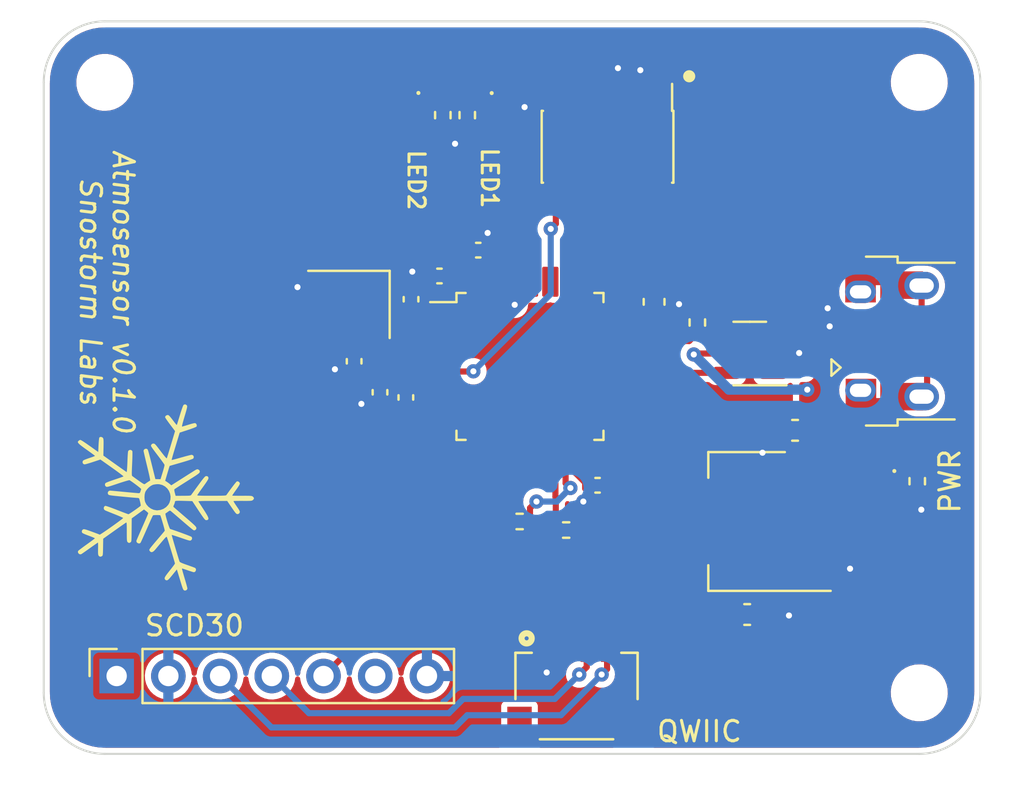
<source format=kicad_pcb>
(kicad_pcb (version 20211014) (generator pcbnew)
  (layers (0 "F.Cu" signal) (31 "B.Cu" power) (34 "B.Paste" user) (35 "F.Paste" user) (36 "B.SilkS" user "B.Silkscreen") (37 "F.SilkS" user "F.Silkscreen") (38 "B.Mask" user) (39 "F.Mask" user) (44 "Edge.Cuts" user))
  (net 0 "")
  (net 1 "VBUS")
  (net 2 "GND")
  (net 3 "+3V3")
  (net 4 "/NRST")
  (net 5 "Net-(C9-Pad1)")
  (net 6 "Net-(C10-Pad1)")
  (net 7 "Net-(D1-Pad1)")
  (net 8 "Net-(D1-Pad2)")
  (net 9 "Net-(D2-Pad1)")
  (net 10 "Net-(D2-Pad2)")
  (net 11 "/USB_CONN_D-")
  (net 12 "/USB_CONN_D+")
  (net 13 "unconnected-(J1-Pad6)")
  (net 14 "/SWDIO")
  (net 15 "/SWCLK")
  (net 16 "/SWTRACE")
  (net 19 "/I2C2_SDA")
  (net 20 "/I2C2_SCL")
  (net 21 "/SCD30_RDY")
  (net 23 "/USB_D+")
  (net 24 "/USB_D-")
  (net 50 "Net-(D3-Pad1)")
  (footprint "Connector_PinSocket_2.54mm:PinSocket_1x07_P2.54mm_Vertical" (layer "F.Cu") (at 35.58 76.175 90)
    (fp_text reference "J4" hide)
    (fp_text value "SCD30 Header")
    (pad "1" thru_hole rect (at 0 0 90) (size 1.7 1.7) (drill 1) (layers *.Cu *.Mask) (net 3 "+3V3"))
    (pad "2" thru_hole oval (at 0 2.54 90) (size 1.7 1.7) (drill 1) (layers *.Cu *.Mask) (net 2 "GND"))
    (pad "3" thru_hole oval (at 0 5.08 90) (size 1.7 1.7) (drill 1) (layers *.Cu *.Mask) (net 20 "/I2C2_SCL"))
    (pad "4" thru_hole oval (at 0 7.62 90) (size 1.7 1.7) (drill 1) (layers *.Cu *.Mask) (net 19 "/I2C2_SDA"))
    (pad "5" thru_hole oval (at 0 10.16 90) (size 1.7 1.7) (drill 1) (layers *.Cu *.Mask) (net 21 "/SCD30_RDY"))
    (pad "6" thru_hole oval (at 0 12.7 90) (size 1.7 1.7) (drill 1) (layers *.Cu *.Mask))
    (pad "7" thru_hole oval (at 0 15.24 90) (size 1.7 1.7) (drill 1) (layers *.Cu *.Mask) (net 2 "GND"))
  )
  (footprint "Capacitor_SMD:C_0402_1005Metric" (layer "F.Cu") (at 53.34 55.245)
    (fp_text reference "C7" hide)
    (fp_text value "100n")
    (pad "1" smd roundrect (at -0.48 0) (size 0.56 0.62) (layers "F.Cu" "F.Paste" "F.Mask") (net 3 "+3V3"))
    (pad "2" smd roundrect (at 0.48 0) (size 0.56 0.62) (layers "F.Cu" "F.Paste" "F.Mask") (net 2 "GND"))
  )
  (footprint "Capacitor_SMD:C_0402_1005Metric" (layer "F.Cu") (at 49.784 62.484 90)
    (fp_text reference "C8" hide)
    (fp_text value "100n")
    (pad "1" smd roundrect (at -0.48 0 90) (size 0.56 0.62) (layers "F.Cu" "F.Paste" "F.Mask") (net 3 "+3V3"))
    (pad "2" smd roundrect (at 0.48 0 90) (size 0.56 0.62) (layers "F.Cu" "F.Paste" "F.Mask") (net 2 "GND"))
  )
  (footprint "Connector_USB:USB_Micro-B_Amphenol_10103594-0001LF_Horizontal" (layer "F.Cu") (at 74 59.69 90)
    (fp_text reference "J1" hide)
    (fp_text value "USB_B_Micro")
    (pad "1" smd rect (at -1.325 -1.765 180) (size 1.65 0.4) (layers "F.Cu" "F.Paste" "F.Mask") (net 1 "VBUS"))
    (pad "2" smd rect (at -0.675 -1.765 180) (size 1.65 0.4) (layers "F.Cu" "F.Paste" "F.Mask") (net 11 "/USB_CONN_D-"))
    (pad "3" smd rect (at -0.025 -1.765 180) (size 1.65 0.4) (layers "F.Cu" "F.Paste" "F.Mask") (net 12 "/USB_CONN_D+"))
    (pad "4" smd rect (at 0.625 -1.765 180) (size 1.65 0.4) (layers "F.Cu" "F.Paste" "F.Mask") (net 2 "GND"))
    (pad "5" smd rect (at 1.275 -1.765 180) (size 1.65 0.4) (layers "F.Cu" "F.Paste" "F.Mask") (net 2 "GND"))
    (pad "6" smd rect (at -2.975 -0.565 90) (size 1.825 0.7) (layers "F.Cu" "F.Paste" "F.Mask") (net 13 "unconnected-(J1-Pad6)"))
    (pad "6" smd rect (at -2.875 -1.865 90) (size 2 1.5) (layers "F.Cu" "F.Paste" "F.Mask") (net 13 "unconnected-(J1-Pad6)"))
    (pad "6" smd rect (at 2.725 0.185 90) (size 1.35 2) (layers "F.Cu" "F.Paste" "F.Mask") (net 13 "unconnected-(J1-Pad6)"))
    (pad "6" smd rect (at 2.975 -0.565 90) (size 1.825 0.7) (layers "F.Cu" "F.Paste" "F.Mask") (net 13 "unconnected-(J1-Pad6)"))
    (pad "6" thru_hole oval (at 2.705 1.115 180) (size 1.7 1.35) (drill oval 1.2 0.7) (layers *.Cu *.Mask) (net 13 "unconnected-(J1-Pad6)"))
    (pad "6" thru_hole oval (at -2.755 1.115 180) (size 1.7 1.35) (drill oval 1.2 0.7) (layers *.Cu *.Mask) (net 13 "unconnected-(J1-Pad6)"))
    (pad "6" smd rect (at 2.875 -1.885 90) (size 2 1.5) (layers "F.Cu" "F.Paste" "F.Mask") (net 13 "unconnected-(J1-Pad6)"))
    (pad "6" smd rect (at -2.755 0.185 90) (size 1.35 2) (layers "F.Cu" "F.Paste" "F.Mask") (net 13 "unconnected-(J1-Pad6)"))
    (pad "6" smd rect (at 0.935 1.385 180) (size 2.5 1.43) (layers "F.Cu" "F.Paste" "F.Mask") (net 13 "unconnected-(J1-Pad6)"))
    (pad "6" smd rect (at -0.985 1.385 180) (size 2.5 1.43) (layers "F.Cu" "F.Paste" "F.Mask") (net 13 "unconnected-(J1-Pad6)"))
    (pad "6" thru_hole oval (at -2.445 -1.885 180) (size 1.5 1.1) (drill oval 1.05 0.65) (layers *.Cu *.Mask) (net 13 "unconnected-(J1-Pad6)"))
    (pad "6" thru_hole oval (at 2.395 -1.885 180) (size 1.5 1.1) (drill oval 1.05 0.65) (layers *.Cu *.Mask) (net 13 "unconnected-(J1-Pad6)"))
  )
  (footprint "MountingHole:MountingHole_2.2mm_M2" (layer "F.Cu") (at 75 47)
    (fp_text reference "H1")
    (fp_text value "MountingHole")
    (pad "" np_thru_hole circle (at 0 0) (size 2.2 2.2) (drill 2.2) (layers *.Cu *.Mask))
  )
  (footprint "Package_TO_SOT_SMD:SOT-223-3_TabPin2" (layer "F.Cu") (at 66.548 68.58 180)
    (fp_text reference "U1" hide)
    (fp_text value "AMS1117-3.3")
    (pad "1" smd rect (at -3.15 -2.3 180) (size 2 1.5) (layers "F.Cu" "F.Paste" "F.Mask") (net 2 "GND"))
    (pad "2" smd rect (at 3.15 0 180) (size 2 3.8) (layers "F.Cu" "F.Paste" "F.Mask") (net 3 "+3V3"))
    (pad "2" smd rect (at -3.15 0 180) (size 2 1.5) (layers "F.Cu" "F.Paste" "F.Mask") (net 3 "+3V3"))
    (pad "3" smd rect (at -3.15 2.3 180) (size 2 1.5) (layers "F.Cu" "F.Paste" "F.Mask") (net 1 "VBUS"))
  )
  (footprint "Resistor_SMD:R_0402_1005Metric" (layer "F.Cu") (at 57.658 69 180)
    (fp_text reference "R4" hide)
    (fp_text value "1k")
    (pad "1" smd roundrect (at -0.51 0 180) (size 0.54 0.64) (layers "F.Cu" "F.Paste" "F.Mask") (net 3 "+3V3"))
    (pad "2" smd roundrect (at 0.51 0 180) (size 0.54 0.64) (layers "F.Cu" "F.Paste" "F.Mask") (net 20 "/I2C2_SCL"))
  )
  (footprint "Capacitor_SMD:C_0603_1608Metric" (layer "F.Cu") (at 61.976 57.785 -90)
    (fp_text reference "C4" hide)
    (fp_text value "10u" hide)
    (pad "1" smd roundrect (at -0.775 0 270) (size 0.9 0.95) (layers "F.Cu" "F.Paste" "F.Mask") (net 3 "+3V3"))
    (pad "2" smd roundrect (at 0.775 0 270) (size 0.9 0.95) (layers "F.Cu" "F.Paste" "F.Mask") (net 2 "GND"))
  )
  (footprint "MountingHole:MountingHole_2.2mm_M2" (layer "F.Cu") (at 75 77)
    (fp_text reference "H2")
    (fp_text value "MountingHole")
    (pad "" np_thru_hole circle (at 0 0) (size 2.2 2.2) (drill 2.2) (layers *.Cu *.Mask))
  )
  (footprint "atmos-footprints:JST_SM04B-SRSS-TB(LF)(SN)" (layer "F.Cu") (at 58.166 74.708)
    (fp_text reference "J3" hide)
    (fp_text value "QWIIC Connector")
    (pad "1" smd rect (at -1.5 0) (size 0.6 1.55) (layers "F.Cu" "F.Paste" "F.Mask") (net 2 "GND"))
    (pad "2" smd rect (at -0.5 0) (size 0.6 1.55) (layers "F.Cu" "F.Paste" "F.Mask") (net 3 "+3V3"))
    (pad "3" smd rect (at 0.5 0) (size 0.6 1.55) (layers "F.Cu" "F.Paste" "F.Mask") (net 19 "/I2C2_SDA"))
    (pad "4" smd rect (at 1.5 0) (size 0.6 1.55) (layers "F.Cu" "F.Paste" "F.Mask") (net 20 "/I2C2_SCL"))
    (pad "S1" smd rect (at -2.8 3.875 180) (size 1.2 1.8) (layers "F.Cu" "F.Paste" "F.Mask"))
    (pad "S2" smd rect (at 2.8 3.875 180) (size 1.2 1.8) (layers "F.Cu" "F.Paste" "F.Mask"))
  )
  (footprint "Resistor_SMD:R_0402_1005Metric" (layer "F.Cu") (at 74.9 66.6 90)
    (fp_text reference "R6" hide)
    (fp_text value "2.2k")
    (pad "1" smd roundrect (at -0.51 0 90) (size 0.54 0.64) (layers "F.Cu" "F.Paste" "F.Mask") (net 2 "GND"))
    (pad "2" smd roundrect (at 0.51 0 90) (size 0.54 0.64) (layers "F.Cu" "F.Paste" "F.Mask") (net 50 "Net-(D3-Pad1)"))
  )
  (footprint "Capacitor_SMD:C_0402_1005Metric" (layer "F.Cu") (at 50.038 57.658 90)
    (fp_text reference "C9" hide)
    (fp_text value "10p")
    (pad "1" smd roundrect (at -0.48 0 90) (size 0.56 0.62) (layers "F.Cu" "F.Paste" "F.Mask") (net 5 "Net-(C9-Pad1)"))
    (pad "2" smd roundrect (at 0.48 0 90) (size 0.56 0.62) (layers "F.Cu" "F.Paste" "F.Mask") (net 2 "GND"))
  )
  (footprint "Package_TO_SOT_SMD:SOT-23-6" (layer "F.Cu") (at 66.675 60.325 180)
    (fp_text reference "U2" hide)
    (fp_text value "USBLC6-2SC6")
    (pad "1" smd roundrect (at -1.1375 -0.95 180) (size 1.325 0.6) (layers "F.Cu" "F.Paste" "F.Mask") (net 11 "/USB_CONN_D-"))
    (pad "2" smd roundrect (at -1.1375 0 180) (size 1.325 0.6) (layers "F.Cu" "F.Paste" "F.Mask") (net 2 "GND"))
    (pad "3" smd roundrect (at -1.1375 0.95 180) (size 1.325 0.6) (layers "F.Cu" "F.Paste" "F.Mask") (net 12 "/USB_CONN_D+"))
    (pad "4" smd roundrect (at 1.1375 0.95 180) (size 1.325 0.6) (layers "F.Cu" "F.Paste" "F.Mask") (net 23 "/USB_D+"))
    (pad "5" smd roundrect (at 1.1375 0 180) (size 1.325 0.6) (layers "F.Cu" "F.Paste" "F.Mask") (net 1 "VBUS"))
    (pad "6" smd roundrect (at 1.1375 -0.95 180) (size 1.325 0.6) (layers "F.Cu" "F.Paste" "F.Mask") (net 24 "/USB_D-"))
  )
  (footprint "Capacitor_SMD:C_0402_1005Metric" (layer "F.Cu") (at 51.435 56.515 180)
    (fp_text reference "C6" hide)
    (fp_text value "100n")
    (pad "1" smd roundrect (at -0.48 0 180) (size 0.56 0.62) (layers "F.Cu" "F.Paste" "F.Mask") (net 3 "+3V3"))
    (pad "2" smd roundrect (at 0.48 0 180) (size 0.56 0.62) (layers "F.Cu" "F.Paste" "F.Mask") (net 2 "GND"))
  )
  (footprint "Capacitor_SMD:C_0402_1005Metric" (layer "F.Cu") (at 48.514 62.23 90)
    (fp_text reference "C3" hide)
    (fp_text value "100n")
    (pad "1" smd roundrect (at -0.48 0 90) (size 0.56 0.62) (layers "F.Cu" "F.Paste" "F.Mask") (net 2 "GND"))
    (pad "2" smd roundrect (at 0.48 0 90) (size 0.56 0.62) (layers "F.Cu" "F.Paste" "F.Mask") (net 4 "/NRST"))
  )
  (footprint "Resistor_SMD:R_0402_1005Metric" (layer "F.Cu") (at 51.6 48.61 -90)
    (fp_text reference "R3" hide)
    (fp_text value "1k")
    (pad "1" smd roundrect (at -0.51 0 270) (size 0.54 0.64) (layers "F.Cu" "F.Paste" "F.Mask") (net 9 "Net-(D2-Pad1)"))
    (pad "2" smd roundrect (at 0.51 0 270) (size 0.54 0.64) (layers "F.Cu" "F.Paste" "F.Mask") (net 2 "GND"))
  )
  (footprint "MountingHole:MountingHole_2.2mm_M2" (layer "F.Cu") (at 35 47)
    (fp_text reference "H3")
    (fp_text value "MountingHole")
    (pad "" np_thru_hole circle (at 0 0) (size 2.2 2.2) (drill 2.2) (layers *.Cu *.Mask))
  )
  (footprint "Capacitor_SMD:C_0402_1005Metric" (layer "F.Cu") (at 47.244 60.706 -90)
    (fp_text reference "C10" hide)
    (fp_text value "10p")
    (pad "1" smd roundrect (at -0.48 0 270) (size 0.56 0.62) (layers "F.Cu" "F.Paste" "F.Mask") (net 6 "Net-(C10-Pad1)"))
    (pad "2" smd roundrect (at 0.48 0 270) (size 0.56 0.62) (layers "F.Cu" "F.Paste" "F.Mask") (net 2 "GND"))
  )
  (footprint "LOGO" (layer "F.Cu") (at 38 67.4 -90)
    (fp_text reference "G***" hide)
    (fp_text value "LOGO" hide)
  )
  (footprint "Capacitor_SMD:C_0402_1005Metric" (layer "F.Cu") (at 59.2 66.8 180)
    (fp_text reference "C5" hide)
    (fp_text value "100n")
    (pad "1" smd roundrect (at -0.48 0 180) (size 0.56 0.62) (layers "F.Cu" "F.Paste" "F.Mask") (net 3 "+3V3"))
    (pad "2" smd roundrect (at 0.48 0 180) (size 0.56 0.62) (layers "F.Cu" "F.Paste" "F.Mask") (net 2 "GND"))
  )
  (footprint "LED_SMD:LED_0402_1005Metric" (layer "F.Cu") (at 54 48.616 -90)
    (fp_text reference "D1" hide)
    (fp_text value "USER_LED_1")
    (pad "1" smd roundrect (at -0.485 0 270) (size 0.59 0.64) (layers "F.Cu" "F.Paste" "F.Mask") (net 7 "Net-(D1-Pad1)"))
    (pad "2" smd roundrect (at 0.485 0 270) (size 0.59 0.64) (layers "F.Cu" "F.Paste" "F.Mask") (net 8 "Net-(D1-Pad2)"))
  )
  (footprint "Resistor_SMD:R_0402_1005Metric" (layer "F.Cu") (at 55.372 68.58)
    (fp_text reference "R5" hide)
    (fp_text value "1k")
    (pad "1" smd roundrect (at -0.51 0) (size 0.54 0.64) (layers "F.Cu" "F.Paste" "F.Mask") (net 3 "+3V3"))
    (pad "2" smd roundrect (at 0.51 0) (size 0.54 0.64) (layers "F.Cu" "F.Paste" "F.Mask") (net 19 "/I2C2_SDA"))
  )
  (footprint "Package_QFP:LQFP-48_7x7mm_P0.5mm" (layer "F.Cu") (at 55.88 60.96)
    (fp_text reference "U3" hide)
    (fp_text value "STM32F103C8Tx")
    (pad "1" smd roundrect (at -4.1625 -2.75) (size 1.475 0.3) (layers "F.Cu" "F.Paste" "F.Mask") (net 3 "+3V3"))
    (pad "2" smd roundrect (at -4.1625 -2.25) (size 1.475 0.3) (layers "F.Cu" "F.Paste" "F.Mask"))
    (pad "3" smd roundrect (at -4.1625 -1.75) (size 1.475 0.3) (layers "F.Cu" "F.Paste" "F.Mask"))
    (pad "4" smd roundrect (at -4.1625 -1.25) (size 1.475 0.3) (layers "F.Cu" "F.Paste" "F.Mask"))
    (pad "5" smd roundrect (at -4.1625 -0.75) (size 1.475 0.3) (layers "F.Cu" "F.Paste" "F.Mask") (net 5 "Net-(C9-Pad1)"))
    (pad "6" smd roundrect (at -4.1625 -0.25) (size 1.475 0.3) (layers "F.Cu" "F.Paste" "F.Mask") (net 6 "Net-(C10-Pad1)"))
    (pad "7" smd roundrect (at -4.1625 0.25) (size 1.475 0.3) (layers "F.Cu" "F.Paste" "F.Mask") (net 4 "/NRST"))
    (pad "8" smd roundrect (at -4.1625 0.75) (size 1.475 0.3) (layers "F.Cu" "F.Paste" "F.Mask") (net 2 "GND"))
    (pad "9" smd roundrect (at -4.1625 1.25) (size 1.475 0.3) (layers "F.Cu" "F.Paste" "F.Mask") (net 3 "+3V3"))
    (pad "10" smd roundrect (at -4.1625 1.75) (size 1.475 0.3) (layers "F.Cu" "F.Paste" "F.Mask"))
    (pad "11" smd roundrect (at -4.1625 2.25) (size 1.475 0.3) (layers "F.Cu" "F.Paste" "F.Mask"))
    (pad "12" smd roundrect (at -4.1625 2.75) (size 1.475 0.3) (layers "F.Cu" "F.Paste" "F.Mask"))
    (pad "13" smd roundrect (at -2.75 4.1625) (size 0.3 1.475) (layers "F.Cu" "F.Paste" "F.Mask"))
    (pad "14" smd roundrect (at -2.25 4.1625) (size 0.3 1.475) (layers "F.Cu" "F.Paste" "F.Mask"))
    (pad "15" smd roundrect (at -1.75 4.1625) (size 0.3 1.475) (layers "F.Cu" "F.Paste" "F.Mask"))
    (pad "16" smd roundrect (at -1.25 4.1625) (size 0.3 1.475) (layers "F.Cu" "F.Paste" "F.Mask"))
    (pad "17" smd roundrect (at -0.75 4.1625) (size 0.3 1.475) (layers "F.Cu" "F.Paste" "F.Mask"))
    (pad "18" smd roundrect (at -0.25 4.1625) (size 0.3 1.475) (layers "F.Cu" "F.Paste" "F.Mask") (net 21 "/SCD30_RDY"))
    (pad "19" smd roundrect (at 0.25 4.1625) (size 0.3 1.475) (layers "F.Cu" "F.Paste" "F.Mask"))
    (pad "20" smd roundrect (at 0.75 4.1625) (size 0.3 1.475) (layers "F.Cu" "F.Paste" "F.Mask"))
    (pad "21" smd roundrect (at 1.25 4.1625) (size 0.3 1.475) (layers "F.Cu" "F.Paste" "F.Mask") (net 20 "/I2C2_SCL"))
    (pad "22" smd roundrect (at 1.75 4.1625) (size 0.3 1.475) (layers "F.Cu" "F.Paste" "F.Mask") (net 19 "/I2C2_SDA"))
    (pad "23" smd roundrect (at 2.25 4.1625) (size 0.3 1.475) (layers "F.Cu" "F.Paste" "F.Mask") (net 2 "GND"))
    (pad "24" smd roundrect (at 2.75 4.1625) (size 0.3 1.475) (layers "F.Cu" "F.Paste" "F.Mask") (net 3 "+3V3"))
    (pad "25" smd roundrect (at 4.1625 2.75) (size 1.475 0.3) (layers "F.Cu" "F.Paste" "F.Mask"))
    (pad "26" smd roundrect (at 4.1625 2.25) (size 1.475 0.3) (layers "F.Cu" "F.Paste" "F.Mask"))
    (pad "27" smd roundrect (at 4.1625 1.75) (size 1.475 0.3) (layers "F.Cu" "F.Paste" "F.Mask"))
    (pad "28" smd roundrect (at 4.1625 1.25) (size 1.475 0.3) (layers "F.Cu" "F.Paste" "F.Mask"))
    (pad "29" smd roundrect (at 4.1625 0.75) (size 1.475 0.3) (layers "F.Cu" "F.Paste" "F.Mask"))
    (pad "30" smd roundrect (at 4.1625 0.25) (size 1.475 0.3) (layers "F.Cu" "F.Paste" "F.Mask"))
    (pad "31" smd roundrect (at 4.1625 -0.25) (size 1.475 0.3) (layers "F.Cu" "F.Paste" "F.Mask"))
    (pad "32" smd roundrect (at 4.1625 -0.75) (size 1.475 0.3) (layers "F.Cu" "F.Paste" "F.Mask") (net 24 "/USB_D-"))
    (pad "33" smd roundrect (at 4.1625 -1.25) (size 1.475 0.3) (layers "F.Cu" "F.Paste" "F.Mask") (net 23 "/USB_D+"))
    (pad "34" smd roundrect (at 4.1625 -1.75) (size 1.475 0.3) (layers "F.Cu" "F.Paste" "F.Mask") (net 14 "/SWDIO"))
    (pad "35" smd roundrect (at 4.1625 -2.25) (size 1.475 0.3) (layers "F.Cu" "F.Paste" "F.Mask") (net 2 "GND"))
    (pad "36" smd roundrect (at 4.1625 -2.75) (size 1.475 0.3) (layers "F.Cu" "F.Paste" "F.Mask") (net 3 "+3V3"))
    (pad "37" smd roundrect (at 2.75 -4.1625) (size 0.3 1.475) (layers "F.Cu" "F.Paste" "F.Mask") (net 15 "/SWCLK"))
    (pad "38" smd roundrect (at 2.25 -4.1625) (size 0.3 1.475) (layers "F.Cu" "F.Paste" "F.Mask"))
    (pad "39" smd roundrect (at 1.75 -4.1625) (size 0.3 1.475) (layers "F.Cu" "F.Paste" "F.Mask") (net 16 "/SWTRACE"))
    (pad "40" smd roundrect (at 1.25 -4.1625) (size 0.3 1.475) (layers "F.Cu" "F.Paste" "F.Mask"))
    (pad "41" smd roundrect (at 0.75 -4.1625) (size 0.3 1.475) (layers "F.Cu" "F.Paste" "F.Mask"))
    (pad "42" smd roundrect (at 0.25 -4.1625) (size 0.3 1.475) (layers "F.Cu" "F.Paste" "F.Mask"))
    (pad "43" smd roundrect (at -0.25 -4.1625) (size 0.3 1.475) (layers "F.Cu" "F.Paste" "F.Mask") (net 8 "Net-(D1-Pad2)"))
    (pad "44" smd roundrect (at -0.75 -4.1625) (size 0.3 1.475) (layers "F.Cu" "F.Paste" "F.Mask") (net 2 "GND"))
    (pad "45" smd roundrect (at -1.25 -4.1625) (size 0.3 1.475) (layers "F.Cu" "F.Paste" "F.Mask") (net 10 "Net-(D2-Pad2)"))
    (pad "46" smd roundrect (at -1.75 -4.1625) (size 0.3 1.475) (layers "F.Cu" "F.Paste" "F.Mask"))
    (pad "47" smd roundrect (at -2.25 -4.1625) (size 0.3 1.475) (layers "F.Cu" "F.Paste" "F.Mask") (net 2 "GND"))
    (pad "48" smd roundrect (at -2.75 -4.1625) (size 0.3 1.475) (layers "F.Cu" "F.Paste" "F.Mask") (net 3 "+3V3"))
  )
  (footprint "Resistor_SMD:R_0402_1005Metric" (layer "F.Cu") (at 64.1 58.8 -90)
    (fp_text reference "R1" hide)
    (fp_text value "1.5k")
    (pad "1" smd roundrect (at -0.51 0 270) (size 0.54 0.64) (layers "F.Cu" "F.Paste" "F.Mask") (net 3 "+3V3"))
    (pad "2" smd roundrect (at 0.51 0 270) (size 0.54 0.64) (layers "F.Cu" "F.Paste" "F.Mask") (net 23 "/USB_D+"))
  )
  (footprint "LED_SMD:LED_0402_1005Metric" (layer "F.Cu") (at 72.685 66.1 180)
    (fp_text reference "D3" hide)
    (fp_text value "PWR")
    (pad "1" smd roundrect (at -0.485 0 180) (size 0.59 0.64) (layers "F.Cu" "F.Paste" "F.Mask") (net 50 "Net-(D3-Pad1)"))
    (pad "2" smd roundrect (at 0.485 0 180) (size 0.59 0.64) (layers "F.Cu" "F.Paste" "F.Mask") (net 1 "VBUS"))
  )
  (footprint "Crystal:Crystal_SMD_3225-4Pin_3.2x2.5mm" (layer "F.Cu") (at 46.99 57.912 180)
    (fp_text reference "Y1" hide)
    (fp_text value "16 MHz")
    (pad "1" smd rect (at -1.1 0.85 180) (size 1.4 1.2) (layers "F.Cu" "F.Paste" "F.Mask") (net 5 "Net-(C9-Pad1)"))
    (pad "2" smd rect (at 1.1 0.85 180) (size 1.4 1.2) (layers "F.Cu" "F.Paste" "F.Mask") (net 2 "GND"))
    (pad "3" smd rect (at 1.1 -0.85 180) (size 1.4 1.2) (layers "F.Cu" "F.Paste" "F.Mask") (net 6 "Net-(C10-Pad1)"))
    (pad "4" smd rect (at -1.1 -0.85 180) (size 1.4 1.2) (layers "F.Cu" "F.Paste" "F.Mask") (net 2 "GND"))
  )
  (footprint "Capacitor_SMD:C_0603_1608Metric" (layer "F.Cu") (at 66.548 73.152)
    (fp_text reference "C2" hide)
    (fp_text value "22u")
    (pad "1" smd roundrect (at -0.775 0) (size 0.9 0.95) (layers "F.Cu" "F.Paste" "F.Mask") (net 3 "+3V3"))
    (pad "2" smd roundrect (at 0.775 0) (size 0.9 0.95) (layers "F.Cu" "F.Paste" "F.Mask") (net 2 "GND"))
  )
  (footprint "LED_SMD:LED_0402_1005Metric" (layer "F.Cu") (at 50.4 48.61 -90)
    (fp_text reference "D2" hide)
    (fp_text value "USER_LED_2")
    (pad "1" smd roundrect (at -0.485 0 270) (size 0.59 0.64) (layers "F.Cu" "F.Paste" "F.Mask") (net 9 "Net-(D2-Pad1)"))
    (pad "2" smd roundrect (at 0.485 0 270) (size 0.59 0.64) (layers "F.Cu" "F.Paste" "F.Mask") (net 10 "Net-(D2-Pad2)"))
  )
  (footprint "Resistor_SMD:R_0402_1005Metric" (layer "F.Cu") (at 52.8 48.61 -90)
    (fp_text reference "R2" hide)
    (fp_text value "1k")
    (pad "1" smd roundrect (at -0.51 0 270) (size 0.54 0.64) (layers "F.Cu" "F.Paste" "F.Mask") (net 7 "Net-(D1-Pad1)"))
    (pad "2" smd roundrect (at 0.51 0 270) (size 0.54 0.64) (layers "F.Cu" "F.Paste" "F.Mask") (net 2 "GND"))
  )
  (footprint "Connector_PinHeader_1.27mm:PinHeader_2x05_P1.27mm_Vertical_SMD" (layer "F.Cu") (at 59.69 50.165 -90)
    (fp_text reference "J2" hide)
    (fp_text value "SWD Connector")
    (pad "1" smd rect (at -1.95 -2.54 270) (size 2.4 0.74) (layers "F.Cu" "F.Paste" "F.Mask") (net 3 "+3V3"))
    (pad "2" smd rect (at 1.95 -2.54 270) (size 2.4 0.74) (layers "F.Cu" "F.Paste" "F.Mask") (net 14 "/SWDIO"))
    (pad "3" smd rect (at -1.95 -1.27 270) (size 2.4 0.74) (layers "F.Cu" "F.Paste" "F.Mask") (net 2 "GND"))
    (pad "4" smd rect (at 1.95 -1.27 270) (size 2.4 0.74) (layers "F.Cu" "F.Paste" "F.Mask") (net 15 "/SWCLK"))
    (pad "5" smd rect (at -1.95 0 270) (size 2.4 0.74) (layers "F.Cu" "F.Paste" "F.Mask") (net 2 "GND"))
    (pad "6" smd rect (at 1.95 0 270) (size 2.4 0.74) (layers "F.Cu" "F.Paste" "F.Mask") (net 16 "/SWTRACE"))
    (pad "7" smd rect (at -1.95 1.27 270) (size 2.4 0.74) (layers "F.Cu" "F.Paste" "F.Mask"))
    (pad "8" smd rect (at 1.95 1.27 270) (size 2.4 0.74) (layers "F.Cu" "F.Paste" "F.Mask"))
    (pad "9" smd rect (at -1.95 2.54 270) (size 2.4 0.74) (layers "F.Cu" "F.Paste" "F.Mask") (net 2 "GND"))
    (pad "10" smd rect (at 1.95 2.54 270) (size 2.4 0.74) (layers "F.Cu" "F.Paste" "F.Mask") (net 4 "/NRST"))
  )
  (footprint "Capacitor_SMD:C_0603_1608Metric" (layer "F.Cu") (at 68.9 64.1 180)
    (fp_text reference "C1" hide)
    (fp_text value "22u")
    (pad "1" smd roundrect (at -0.775 0 180) (size 0.9 0.95) (layers "F.Cu" "F.Paste" "F.Mask") (net 1 "VBUS"))
    (pad "2" smd roundrect (at 0.775 0 180) (size 0.9 0.95) (layers "F.Cu" "F.Paste" "F.Mask") (net 2 "GND"))
  )
  (gr_circle (center 63.7 46.7) (end 63.923607 46.7) (layer "F.SilkS") (width 0.15) (fill solid))
  (gr_line (start 75 44) (end 35 44) (layer "Edge.Cuts") (width 0.1))
  (gr_line (start 32 47) (end 32 77) (layer "Edge.Cuts") (width 0.1))
  (gr_line (start 35 80) (end 75 80) (layer "Edge.Cuts") (width 0.1))
  (gr_arc (start 35 80) (mid 32.87868 79.12132) (end 32 77) (layer "Edge.Cuts") (width 0.1))
  (gr_line (start 78 77) (end 78 47) (layer "Edge.Cuts") (width 0.1))
  (gr_arc (start 75 44) (mid 77.12132 44.87868) (end 78 47) (layer "Edge.Cuts") (width 0.1))
  (gr_arc (start 32 47) (mid 32.87868 44.87868) (end 35 44) (layer "Edge.Cuts") (width 0.1))
  (gr_arc (start 78 77) (mid 77.12132 79.12132) (end 75 80) (layer "Edge.Cuts") (width 0.1))
  (gr_text "LED1" (at 53.9 51.7 270) (layer "F.SilkS") (effects (font (size 0.8 0.8))))
  (gr_text "Atmosensor v0.1.0\nSnostorm Labs" (at 35.1 57.3 270) (layer "F.SilkS") (effects (font (size 1 1) (thickness 0.15) italic)))
  (gr_text "QWIIC" (at 64.2 78.9) (layer "F.SilkS") (effects (font (size 1 1))))
  (gr_text "SCD30" (at 39.4 73.7) (layer "F.SilkS") (effects (font (size 1 1))))
  (gr_text "PWR" (at 76.5 66.6 90) (layer "F.SilkS") (effects (font (size 1 1))))
  (gr_text "LED2" (at 50.3 51.8 270) (layer "F.SilkS") (effects (font (size 0.8 0.8))))
  (segment (start 65.5375 60.325) (end 63.97204 60.325) (width 0.3) (layer "F.Cu") (net 1))
  (segment (start 63.97204 60.325) (end 63.924567 60.372473) (width 0.3) (layer "F.Cu") (net 1))
  (via (at 69.5 62.1) (size 0.7) (drill 0.3) (layers "F.Cu" "B.Cu") (net 1))
  (via (at 63.924567 60.372473) (size 0.7) (drill 0.3) (layers "F.Cu" "B.Cu") (net 1))
  (segment (start 63.924567 60.372473) (end 65.652094 62.1) (width 0.5) (layer "B.Cu") (net 1))
  (segment (start 65.652094 62.1) (end 69.5 62.1) (width 0.5) (layer "B.Cu") (net 1))
  (segment (start 47.244 61.186) (end 46.386 61.186) (width 0.3) (layer "F.Cu") (net 2))
  (segment (start 68.552 73.152) (end 68.6 73.2) (width 0.5) (layer "F.Cu") (net 2))
  (segment (start 56.7 76) (end 56.7 74.742) (width 0.3) (layer "F.Cu") (net 2))
  (segment (start 58.72 66.8) (end 58.72 67.38) (width 0.3) (layer "F.Cu") (net 2))
  (segment (start 55.13 56.7975) (end 55.13 57.93) (width 0.3) (layer "F.Cu") (net 2))
  (segment (start 58.13 66.21) (end 58.72 66.8) (width 0.3) (layer "F.Cu") (net 2))
  (segment (start 60.0425 58.71) (end 61.826 58.71) (width 0.3) (layer "F.Cu") (net 2))
  (segment (start 61.826 58.71) (end 61.976 58.56) (width 0.3) (layer "F.Cu") (net 2))
  (segment (start 72.0505 58.9905) (end 72.1 59.04) (width 0.3) (layer "F.Cu") (net 2))
  (segment (start 50.1 56.3) (end 50.1 57.116) (width 0.3) (layer "F.Cu") (net 2))
  (segment (start 70.79 58.39) (end 72.1 58.39) (width 0.3) (layer "F.Cu") (net 2))
  (segment (start 58.13 65.1225) (end 58.13 66.21) (width 0.3) (layer "F.Cu") (net 2))
  (segment (start 69.075 60.325) (end 69.1 60.3) (width 0.3) (layer "F.Cu") (net 2))
  (segment (start 53.63 55.435) (end 53.82 55.245) (width 0.3) (layer "F.Cu") (net 2))
  (segment (start 50.264 62.004) (end 49.784 62.004) (width 0.3) (layer "F.Cu") (net 2))
  (segment (start 46.386 61.186) (end 46.3 61.1) (width 0.3) (layer "F.Cu") (net 2))
  (segment (start 59.69 48.215) (end 59.69 46.81) (width 0.3) (layer "F.Cu") (net 2))
  (segment (start 60.96 46.74) (end 61.3 46.4) (width 0.3) (layer "F.Cu") (net 2))
  (segment (start 50.1 57.116) (end 50.038 57.178) (width 0.3) (layer "F.Cu") (net 2))
  (segment (start 53.82 54.42) (end 53.8 54.4) (width 0.3) (layer "F.Cu") (net 2))
  (segment (start 51.6 49.12) (end 51.6 49.416) (width 0.3) (layer "F.Cu") (net 2))
  (segment (start 68.125 64.375) (end 67.3 65.2) (width 0.5) (layer "F.Cu") (net 2))
  (segment (start 48.89 62.71) (end 48.514 62.71) (width 0.3) (layer "F.Cu") (net 2))
  (segment (start 45.89 57.062) (end 46.19 57.062) (width 0.3) (layer "F.Cu") (net 2))
  (segment (start 71.58 70.88) (end 71.6 70.9) (width 0.5) (layer "F.Cu") (net 2))
  (segment (start 47.69 62.71) (end 47.6 62.8) (width 0.3) (layer "F.Cu") (net 2))
  (segment (start 46.19 57.062) (end 47.89 58.762) (width 0.3) (layer "F.Cu") (net 2))
  (segment (start 57.15 48.215) (end 55.615 48.215) (width 0.3) (layer "F.Cu") (net 2))
  (segment (start 59.69 46.81) (end 60.2 46.3) (width 0.3) (layer "F.Cu") (net 2))
  (segment (start 49.784 62.004) (end 49.596 62.004) (width 0.3) (layer "F.Cu") (net 2))
  (segment (start 53.82 55.245) (end 53.82 54.42) (width 0.3) (layer "F.Cu") (net 2))
  (segment (start 50.558 61.71) (end 50.264 62.004) (width 0.3) (layer "F.Cu") (net 2))
  (segment (start 74.9 67.11) (end 74.9 67.8) (width 0.3) (layer "F.Cu") (net 2))
  (segment (start 68.125 64.1) (end 68.125 64.375) (width 0.5) (layer "F.Cu") (net 2))
  (segment (start 60.96 48.215) (end 60.96 46.74) (width 0.3) (layer "F.Cu") (net 2))
  (segment (start 48.514 62.71) (end 47.69 62.71) (width 0.3) (layer "F.Cu") (net 2))
  (segment (start 70.5 58.1) (end 70.79 58.39) (width 0.3) (layer "F.Cu") (net 2))
  (segment (start 58.72 67.38) (end 58.7 67.4) (width 0.3) (layer "F.Cu") (net 2))
  (segment (start 53.63 56.7975) (end 53.63 55.435) (width 0.3) (layer "F.Cu") (net 2))
  (segment (start 47.89 58.762) (end 48.09 58.762) (width 0.3) (layer "F.Cu") (net 2))
  (segment (start 74.9 67.8) (end 75.1 68) (width 0.3) (layer "F.Cu") (net 2))
  (segment (start 52.8 49.12) (end 52.8 49.416) (width 0.3) (layer "F.Cu") (net 2))
  (segment (start 67.8125 60.325) (end 69.075 60.325) (width 0.3) (layer "F.Cu") (net 2))
  (segment (start 69.698 70.88) (end 71.58 70.88) (width 0.5) (layer "F.Cu") (net 2))
  (segment (start 50.955 56.515) (end 50.315 56.515) (width 0.3) (layer "F.Cu") (net 2))
  (segment (start 62.636 57.9) (end 61.976 58.56) (width 0.3) (layer "F.Cu") (net 2))
  (segment (start 70.6 58.9905) (end 72.0505 58.9905) (width 0.3) (layer "F.Cu") (net 2))
  (segment (start 50.315 56.515) (end 50.1 56.3) (width 0.3) (layer "F.Cu") (net 2))
  (segment (start 56.7 74.742) (end 56.666 74.708) (width 0.3) (layer "F.Cu") (net 2))
  (segment (start 51.7175 61.71) (end 50.558 61.71) (width 0.3) (layer "F.Cu") (net 2))
  (segment (start 67.323 73.152) (end 68.552 73.152) (width 0.5) (layer "F.Cu") (net 2))
  (segment (start 63.2 57.9) (end 62.636 57.9) (width 0.3) (layer "F.Cu") (net 2))
  (segment (start 51.6 49.416) (end 52.2 50.016) (width 0.3) (layer "F.Cu") (net 2))
  (segment (start 45.89 57.062) (end 44.462 57.062) (width 0.3) (layer "F.Cu") (net 2))
  (segment (start 49.596 62.004) (end 48.89 62.71) (width 0.3) (layer "F.Cu") (net 2))
  (segment (start 52.8 49.416) (end 52.2 50.016) (width 0.3) (layer "F.Cu") (net 2))
  (segment (start 58.7 67.4) (end 58.5 67.6) (width 0.3) (layer "F.Cu") (net 2))
  (via (at 71.6 70.9) (size 0.7) (drill 0.3) (layers "F.Cu" "B.Cu") (net 2))
  (via (at 63.2 57.9) (size 0.7) (drill 0.3) (layers "F.Cu" "B.Cu") (net 2))
  (via (at 70.5 58.1) (size 0.7) (drill 0.3) (layers "F.Cu" "B.Cu") (net 2))
  (via (at 75.1 68) (size 0.7) (drill 0.3) (layers "F.Cu" "B.Cu") (net 2))
  (via (at 55.13 57.93) (size 0.7) (drill 0.3) (layers "F.Cu" "B.Cu") (net 2))
  (via (at 53.8 54.4) (size 0.7) (drill 0.3) (layers "F.Cu" "B.Cu") (net 2))
  (via (at 69.1 60.3) (size 0.7) (drill 0.3) (layers "F.Cu" "B.Cu") (net 2))
  (via (at 46.3 61.1) (size 0.7) (drill 0.3) (layers "F.Cu" "B.Cu") (net 2))
  (via (at 58.5 67.6) (size 0.7) (drill 0.3) (layers "F.Cu" "B.Cu") (net 2))
  (via (at 68.6 73.2) (size 0.7) (drill 0.3) (layers "F.Cu" "B.Cu") (net 2))
  (via (at 52.2 50.016) (size 0.7) (drill 0.3) (layers "F.Cu" "B.Cu") (net 2))
  (via (at 56.7 76) (size 0.7) (drill 0.3) (layers "F.Cu" "B.Cu") (net 2))
  (via (at 50.1 56.3) (size 0.7) (drill 0.3) (layers "F.Cu" "B.Cu") (net 2))
  (via (at 70.6 58.9905) (size 0.7) (drill 0.3) (layers "F.Cu" "B.Cu") (net 2))
  (via (at 55.615 48.215) (size 0.7) (drill 0.3) (layers "F.Cu" "B.Cu") (net 2))
  (via (at 47.6 62.8) (size 0.7) (drill 0.3) (layers "F.Cu" "B.Cu") (net 2))
  (via (at 61.3 46.4) (size 0.7) (drill 0.3) (layers "F.Cu" "B.Cu") (net 2))
  (via (at 67.3 65.2) (size 0.7) (drill 0.3) (layers "F.Cu" "B.Cu") (net 2))
  (via (at 44.462 57.062) (size 0.7) (drill 0.3) (layers "F.Cu" "B.Cu") (net 2))
  (via (at 60.2 46.3) (size 0.7) (drill 0.3) (layers "F.Cu" "B.Cu") (net 2))
  (segment (start 60.776 58.21) (end 61.976 57.01) (width 0.3) (layer "F.Cu") (net 3))
  (segment (start 51.915 56.515) (end 51.915 58.0125) (width 0.3) (layer "F.Cu") (net 3))
  (segment (start 50.82 62.21) (end 50.066 62.964) (width 0.3) (layer "F.Cu") (net 3))
  (segment (start 51.7175 62.21) (end 50.82 62.21) (width 0.3) (layer "F.Cu") (net 3))
  (segment (start 50.066 62.964) (end 49.784 62.964) (width 0.3) (layer "F.Cu") (net 3))
  (segment (start 51.915 58.0125) (end 51.7175 58.21) (width 0.3) (layer "F.Cu") (net 3))
  (segment (start 60.0425 58.21) (end 60.776 58.21) (width 0.3) (layer "F.Cu") (net 3))
  (segment (start 53.13 56.7975) (end 53.13 55.515) (width 0.3) (layer "F.Cu") (net 3))
  (segment (start 53.13 55.515) (end 52.86 55.245) (width 0.3) (layer "F.Cu") (net 3))
  (segment (start 57.15 52.115) (end 57.15 53.95) (width 0.3) (layer "F.Cu") (net 4))
  (segment (start 48.74 61.75) (end 48.514 61.75) (width 0.3) (layer "F.Cu") (net 4))
  (segment (start 49.28 61.21) (end 48.74 61.75) (width 0.3) (layer "F.Cu") (net 4))
  (segment (start 53.1 61.2) (end 53.09 61.21) (width 0.3) (layer "F.Cu") (net 4))
  (segment (start 53.09 61.21) (end 51.7175 61.21) (width 0.3) (layer "F.Cu") (net 4))
  (segment (start 57.15 53.95) (end 56.9 54.2) (width 0.3) (layer "F.Cu") (net 4))
  (segment (start 51.7175 61.21) (end 49.28 61.21) (width 0.3) (layer "F.Cu") (net 4))
  (via (at 56.9 54.2) (size 0.7) (drill 0.3) (layers "F.Cu" "B.Cu") (net 4))
  (via (at 53.1 61.2) (size 0.7) (drill 0.3) (layers "F.Cu" "B.Cu") (net 4))
  (segment (start 56.9 57.4) (end 56.9 54.2) (width 0.3) (layer "B.Cu") (net 4))
  (segment (start 53.1 61.2) (end 56.9 57.4) (width 0.3) (layer "B.Cu") (net 4))
  (segment (start 48.426 57.062) (end 49.502 58.138) (width 0.3) (layer "F.Cu") (net 5))
  (segment (start 49.502 58.138) (end 50.038 58.138) (width 0.3) (layer "F.Cu") (net 5))
  (segment (start 50.878959 60.21) (end 50.038 59.369041) (width 0.3) (layer "F.Cu") (net 5))
  (segment (start 48.09 57.062) (end 48.426 57.062) (width 0.3) (layer "F.Cu") (net 5))
  (segment (start 51.7175 60.21) (end 50.878959 60.21) (width 0.3) (layer "F.Cu") (net 5))
  (segment (start 50.038 59.369041) (end 50.038 58.138) (width 0.3) (layer "F.Cu") (net 5))
  (segment (start 51.7175 60.71) (end 50.296 60.71) (width 0.3) (layer "F.Cu") (net 6))
  (segment (start 47.354 60.226) (end 45.89 58.762) (width 0.3) (layer "F.Cu") (net 6))
  (segment (start 50.296 60.71) (end 49.784 60.198) (width 0.3) (layer "F.Cu") (net 6))
  (segment (start 47.272 60.198) (end 47.244 60.226) (width 0.3) (layer "F.Cu") (net 6))
  (segment (start 49.784 60.198) (end 47.272 60.198) (width 0.3) (layer "F.Cu") (net 6))
  (segment (start 52.831 48.131) (end 52.8 48.1) (width 0.3) (layer "F.Cu") (net 7))
  (segment (start 54 48.131) (end 52.831 48.131) (width 0.3) (layer "F.Cu") (net 7))
  (segment (start 54 51.1) (end 54 49.101) (width 0.3) (layer "F.Cu") (net 8))
  (segment (start 55.63 52.73) (end 54 51.1) (width 0.3) (layer "F.Cu") (net 8))
  (segment (start 55.63 56.7975) (end 55.63 52.73) (width 0.3) (layer "F.Cu") (net 8))
  (segment (start 51.6 48.1) (end 50.425 48.1) (width 0.3) (layer "F.Cu") (net 9))
  (segment (start 50.425 48.1) (end 50.4 48.125) (width 0.3) (layer "F.Cu") (net 9))
  (segment (start 50.4 49.20595) (end 50.4 49.095) (width 0.3) (layer "F.Cu") (net 10))
  (segment (start 54.63 56.7975) (end 54.63 53.43595) (width 0.3) (layer "F.Cu") (net 10))
  (segment (start 54.63 53.43595) (end 50.4 49.20595) (width 0.3) (layer "F.Cu") (net 10))
  (segment (start 70.36 60.34) (end 72.1 60.34) (width 0.3) (layer "F.Cu") (net 11))
  (segment (start 67.8125 61.275) (end 69.425 61.275) (width 0.3) (layer "F.Cu") (net 11))
  (segment (start 69.425 61.275) (end 70.36 60.34) (width 0.3) (layer "F.Cu") (net 11))
  (segment (start 69.4 59.3) (end 67.8875 59.3) (width 0.3) (layer "F.Cu") (net 12))
  (segment (start 69.79 59.69) (end 69.4 59.3) (width 0.3) (layer "F.Cu") (net 12))
  (segment (start 67.8875 59.3) (end 67.8125 59.375) (width 0.3) (layer "F.Cu") (net 12))
  (segment (start 72.1 59.69) (end 69.79 59.69) (width 0.3) (layer "F.Cu") (net 12))
  (segment (start 72.235 62.665) (end 72.135 62.565) (width 0.3) (layer "F.Cu") (net 13))
  (segment (start 75.115 58.485) (end 75.385 58.755) (width 0.3) (layer "F.Cu") (net 13))
  (segment (start 75.385 62.175) (end 75.115 62.445) (width 0.3) (layer "F.Cu") (net 13))
  (segment (start 75.385 60.675) (end 75.385 62.175) (width 0.3) (layer "F.Cu") (net 13))
  (segment (start 72.115 56.815) (end 73.335 56.815) (width 0.3) (layer "F.Cu") (net 13))
  (segment (start 75.385 58.755) (end 75.385 60.675) (width 0.3) (layer "F.Cu") (net 13))
  (segment (start 73.435 62.665) (end 72.235 62.665) (width 0.3) (layer "F.Cu") (net 13))
  (segment (start 73.335 56.815) (end 73.435 56.715) (width 0.3) (layer "F.Cu") (net 13))
  (segment (start 75.115 56.985) (end 75.115 58.485) (width 0.3) (layer "F.Cu") (net 13))
  (segment (start 58.674 58.680041) (end 58.674 58.166) (width 0.3) (layer "F.Cu") (net 14))
  (segment (start 62.23 54.61) (end 62.23 52.115) (width 0.3) (layer "F.Cu") (net 14))
  (segment (start 59.203959 59.21) (end 58.674 58.680041) (width 0.3) (layer "F.Cu") (net 14))
  (segment (start 58.674 58.166) (end 62.23 54.61) (width 0.3) (layer "F.Cu") (net 14))
  (segment (start 60.0425 59.21) (end 59.203959 59.21) (width 0.3) (layer "F.Cu") (net 14))
  (segment (start 60.96 54.4675) (end 60.96 52.115) (width 0.3) (layer "F.Cu") (net 15))
  (segment (start 58.63 56.7975) (end 60.96 54.4675) (width 0.3) (layer "F.Cu") (net 15))
  (segment (start 59.69 52.945) (end 59.69 52.115) (width 0.3) (layer "F.Cu") (net 16))
  (segment (start 57.63 56.7975) (end 57.63 55.005) (width 0.3) (layer "F.Cu") (net 16))
  (segment (start 57.63 55.005) (end 59.69 52.945) (width 0.3) (layer "F.Cu") (net 16))
  (segment (start 57.63 65.1225) (end 57.63 66.699244) (width 0.3) (layer "F.Cu") (net 19))
  (segment (start 57.63 66.699244) (end 57.865378 66.934622) (width 0.3) (layer "F.Cu") (net 19))
  (segment (start 58.634 73.234) (end 58.666 73.234) (width 0.3) (layer "F.Cu") (net 19))
  (segment (start 55.9 70.5) (end 58.634 73.234) (width 0.3) (layer "F.Cu") (net 19))
  (segment (start 55.9 68.598) (end 55.9 70.5) (width 0.3) (layer "F.Cu") (net 19))
  (segment (start 56.2 67.6) (end 55.882 67.918) (width 0.3) (layer "F.Cu") (net 19))
  (segment (start 58.666 73.234) (end 58.666 74.708) (width 0.3) (layer "F.Cu") (net 19))
  (segment (start 58.666 74.708) (end 58.666 75.734) (width 0.3) (layer "F.Cu") (net 19))
  (segment (start 58.666 75.734) (end 58.3 76.1) (width 0.3) (layer "F.Cu") (net 19))
  (segment (start 55.882 67.918) (end 55.882 68.58) (width 0.3) (layer "F.Cu") (net 19))
  (via (at 57.865378 66.934622) (size 0.7) (drill 0.3) (layers "F.Cu" "B.Cu") (net 19))
  (via (at 58.3 76.1) (size 0.7) (drill 0.3) (layers "F.Cu" "B.Cu") (net 19))
  (via (at 56.2 67.6) (size 0.7) (drill 0.3) (layers "F.Cu" "B.Cu") (net 19))
  (segment (start 57.2 67.6) (end 57.865378 66.934622) (width 0.3) (layer "B.Cu") (net 19))
  (segment (start 57.1 77.3) (end 52.6 77.3) (width 0.3) (layer "B.Cu") (net 19))
  (segment (start 51.9 78) (end 45.025 78) (width 0.3) (layer "B.Cu") (net 19))
  (segment (start 56.2 67.6) (end 57.2 67.6) (width 0.3) (layer "B.Cu") (net 19))
  (segment (start 58.3 76.1) (end 57.1 77.3) (width 0.3) (layer "B.Cu") (net 19))
  (segment (start 52.6 77.3) (end 51.9 78) (width 0.3) (layer "B.Cu") (net 19))
  (segment (start 45.025 78) (end 43.2 76.175) (width 0.3) (layer "B.Cu") (net 19))
  (segment (start 59.666 74.708) (end 59.666 75.834) (width 0.3) (layer "F.Cu") (net 20))
  (segment (start 59.666 73.016) (end 59.666 74.708) (width 0.3) (layer "F.Cu") (net 20))
  (segment (start 57.148 70.498) (end 59.666 73.016) (width 0.3) (layer "F.Cu") (net 20))
  (segment (start 57.13 67.37) (end 57.148 67.388) (width 0.3) (layer "F.Cu") (net 20))
  (segment (start 57.148 67.388) (end 57.148 69) (width 0.3) (layer "F.Cu") (net 20))
  (segment (start 59.666 75.834) (end 59.4 76.1) (width 0.3) (layer "F.Cu") (net 20))
  (segment (start 57.148 69) (end 57.148 70.498) (width 0.3) (layer "F.Cu") (net 20))
  (segment (start 57.13 65.1225) (end 57.13 67.37) (width 0.3) (layer "F.Cu") (net 20))
  (via (at 59.4 76.1) (size 0.7) (drill 0.3) (layers "F.Cu" "B.Cu") (net 20))
  (segment (start 59.4 76.1) (end 57.4 78.1) (width 0.3) (layer "B.Cu") (net 20))
  (segment (start 52.2 78.7) (end 43.185 78.7) (width 0.3) (layer "B.Cu") (net 20))
  (segment (start 52.8 78.1) (end 52.2 78.7) (width 0.3) (layer "B.Cu") (net 20))
  (segment (start 57.4 78.1) (end 52.8 78.1) (width 0.3) (layer "B.Cu") (net 20))
  (segment (start 43.185 78.7) (end 40.66 76.175) (width 0.3) (layer "B.Cu") (net 20))
  (segment (start 55.63 65.1225) (end 55.63 66.285) (width 0.3) (layer "F.Cu") (net 21))
  (segment (start 55.63 66.285) (end 45.74 76.175) (width 0.3) (layer "F.Cu") (net 21))
  (segment (start 64.165 59.375) (end 64.1 59.31) (width 0.3) (layer "F.Cu") (net 23))
  (segment (start 63.7 59.71) (end 64.1 59.31) (width 0.3) (layer "F.Cu") (net 23))
  (segment (start 60.0425 59.71) (end 63.7 59.71) (width 0.3) (layer "F.Cu") (net 23))
  (segment (start 65.5375 59.375) (end 64.165 59.375) (width 0.3) (layer "F.Cu") (net 23))
  (segment (start 65.5375 61.275) (end 62.475 61.275) (width 0.3) (layer "F.Cu") (net 24))
  (segment (start 61.41 60.21) (end 60.0425 60.21) (width 0.3) (layer "F.Cu") (net 24))
  (segment (start 62.475 61.275) (end 61.41 60.21) (width 0.3) (layer "F.Cu") (net 24))
  (segment (start 74.89 66.1) (end 74.9 66.09) (width 0.3) (layer "F.Cu") (net 50))
  (segment (start 73.17 66.1) (end 74.89 66.1) (width 0.3) (layer "F.Cu") (net 50))
  (zone (net 3) (net_name "+3V3") (layer "F.Cu") (connect_pads yes (clearance 0.3)) (min_thickness 0.254) (fill yes (thermal_gap 0.5) (thermal_bridge_width 0.5))
    (polygon (pts (xy 78 80) (xy 32 80) (xy 32 44) (xy 78 44)))
  )
  (zone (net 1) (net_name "VBUS") (layer "F.Cu") (priority 2) (connect_pads yes (clearance 0.3)) (min_thickness 0.254) (fill yes (thermal_gap 0.5) (thermal_bridge_width 0.5))
    (polygon (pts (xy 72.2 67) (xy 69.1 67) (xy 69.1 60.8) (xy 72.1 60.8)))
  )
  (zone (net 2) (net_name "GND") (layer "B.Cu") (connect_pads (clearance 0.3)) (min_thickness 0.254) (fill yes (thermal_gap 0.5) (thermal_bridge_width 0.5))
    (polygon (pts (xy 78 80) (xy 32 80) (xy 32 44) (xy 78 44)))
  )
)
</source>
